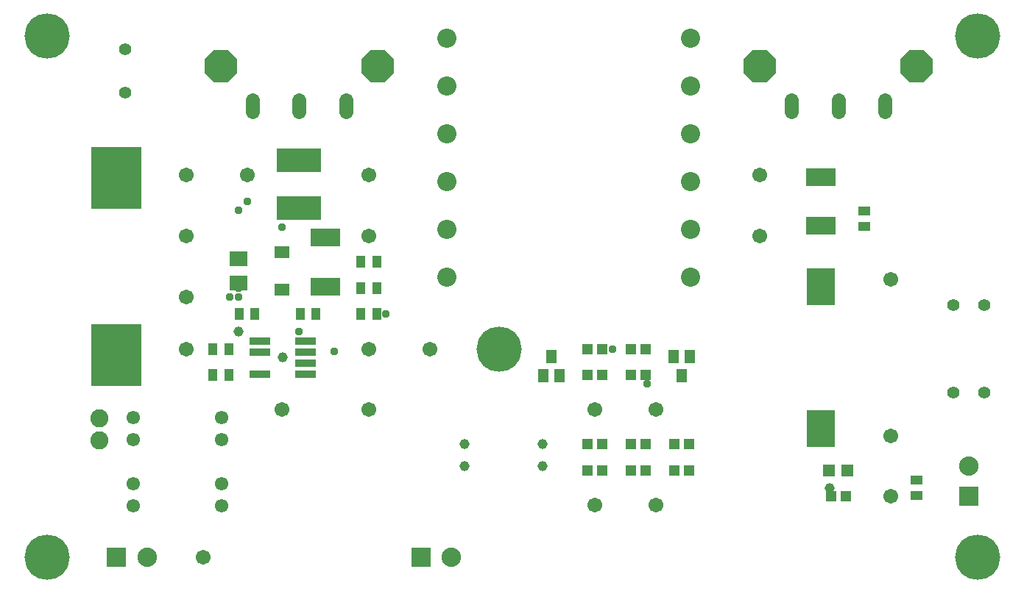
<source format=gts>
G75*
G70*
%OFA0B0*%
%FSLAX24Y24*%
%IPPOS*%
%LPD*%
%AMOC8*
5,1,8,0,0,1.08239X$1,22.5*
%
%ADD10C,0.2049*%
%ADD11C,0.0867*%
%ADD12C,0.0631*%
%ADD13OC8,0.1464*%
%ADD14R,0.0880X0.0880*%
%ADD15C,0.0880*%
%ADD16C,0.0820*%
%ADD17C,0.0611*%
%ADD18R,0.1340X0.0789*%
%ADD19R,0.2049X0.1064*%
%ADD20C,0.0552*%
%ADD21R,0.0552X0.0395*%
%ADD22R,0.0395X0.0552*%
%ADD23R,0.1261X0.1655*%
%ADD24R,0.0552X0.0552*%
%ADD25R,0.0513X0.0474*%
%ADD26R,0.0789X0.0710*%
%ADD27C,0.0671*%
%ADD28R,0.0659X0.0580*%
%ADD29R,0.0950X0.0320*%
%ADD30C,0.0456*%
%ADD31R,0.0474X0.0631*%
%ADD32R,0.2285X0.2797*%
%ADD33C,0.0370*%
D10*
X003652Y004045D03*
X024124Y013494D03*
X045778Y004045D03*
X045778Y027667D03*
X003652Y027667D03*
D11*
X021762Y027568D03*
X021762Y025403D03*
X021762Y023238D03*
X021762Y021072D03*
X021762Y018907D03*
X021762Y016742D03*
X032786Y016742D03*
X032786Y018907D03*
X032786Y021072D03*
X032786Y023238D03*
X032786Y025403D03*
X032786Y027568D03*
D12*
X037352Y024793D02*
X037352Y024242D01*
X039478Y024242D02*
X039478Y024793D01*
X041604Y024793D02*
X041604Y024242D01*
X017195Y024242D02*
X017195Y024793D01*
X015069Y024793D02*
X015069Y024242D01*
X012943Y024242D02*
X012943Y024793D01*
D13*
X011526Y026328D03*
X018612Y026328D03*
X035935Y026328D03*
X043022Y026328D03*
D14*
X045384Y006801D03*
X020581Y004045D03*
X006801Y004045D03*
D15*
X008179Y004045D03*
X021959Y004045D03*
X045384Y008179D03*
D16*
X006014Y009344D03*
X006014Y010344D03*
D17*
X007557Y010375D03*
X007557Y009375D03*
X007557Y007375D03*
X007557Y006375D03*
X011557Y006375D03*
X011557Y007375D03*
X011557Y009375D03*
X011557Y010375D03*
D18*
X016250Y016328D03*
X016250Y018533D03*
X038691Y019084D03*
X038691Y021289D03*
D19*
X015069Y022057D03*
X015069Y019891D03*
D20*
X007195Y025108D03*
X007195Y027076D03*
X044695Y015462D03*
X046073Y015462D03*
X046073Y011525D03*
X044695Y011525D03*
D21*
X043022Y007549D03*
X043022Y006840D03*
X040660Y019045D03*
X040660Y019753D03*
D22*
X018573Y017431D03*
X017864Y017431D03*
X017864Y016249D03*
X018573Y016249D03*
X018573Y015068D03*
X017864Y015068D03*
X015817Y015068D03*
X015108Y015068D03*
X013061Y015068D03*
X012352Y015068D03*
X011880Y013494D03*
X011171Y013494D03*
X011171Y012312D03*
X011880Y012312D03*
D23*
X038691Y009871D03*
X038691Y016328D03*
D24*
X039065Y007982D03*
X039892Y007982D03*
D25*
X039813Y006801D03*
X039144Y006801D03*
X032726Y007982D03*
X032057Y007982D03*
X030758Y007982D03*
X030089Y007982D03*
X028789Y007982D03*
X028120Y007982D03*
X028120Y009163D03*
X028789Y009163D03*
X030089Y009163D03*
X030758Y009163D03*
X032057Y009163D03*
X032726Y009163D03*
X030758Y012312D03*
X030089Y012312D03*
X028789Y012312D03*
X028120Y012312D03*
X028120Y013494D03*
X028789Y013494D03*
X030089Y013494D03*
X030758Y013494D03*
D26*
X012313Y016486D03*
X012313Y017588D03*
D27*
X009951Y018612D03*
X009951Y021368D03*
X012707Y021368D03*
X018219Y021368D03*
X018219Y018612D03*
X018219Y013494D03*
X020974Y013494D03*
X018219Y010738D03*
X014282Y010738D03*
X009951Y013494D03*
X009951Y015856D03*
X028455Y010738D03*
X031211Y010738D03*
X031211Y006407D03*
X028455Y006407D03*
X041841Y006801D03*
X041841Y009557D03*
X041841Y016643D03*
X035935Y018612D03*
X035935Y021368D03*
X010738Y004045D03*
D28*
X014282Y016190D03*
X014282Y017883D03*
D29*
X013291Y013854D03*
X013291Y013354D03*
X013291Y012354D03*
X015351Y012354D03*
X015351Y012854D03*
X015351Y013354D03*
X015351Y013854D03*
D30*
X014321Y013100D03*
X012313Y014281D03*
X022549Y009163D03*
X022549Y008179D03*
X026093Y008179D03*
X026093Y009163D03*
X039085Y007194D03*
D31*
X032392Y012273D03*
X032766Y013139D03*
X032018Y013139D03*
X026860Y012273D03*
X026112Y012273D03*
X026486Y013139D03*
D32*
X006801Y013218D03*
X006801Y021249D03*
D33*
X006801Y020186D03*
X006408Y020186D03*
X007195Y020186D03*
X012313Y019793D03*
X012707Y020186D03*
X014282Y019005D03*
X012313Y016249D03*
X012313Y015856D03*
X011919Y015856D03*
X015069Y014281D03*
X016644Y013375D03*
X019006Y015068D03*
X029242Y013494D03*
X030817Y011919D03*
M02*

</source>
